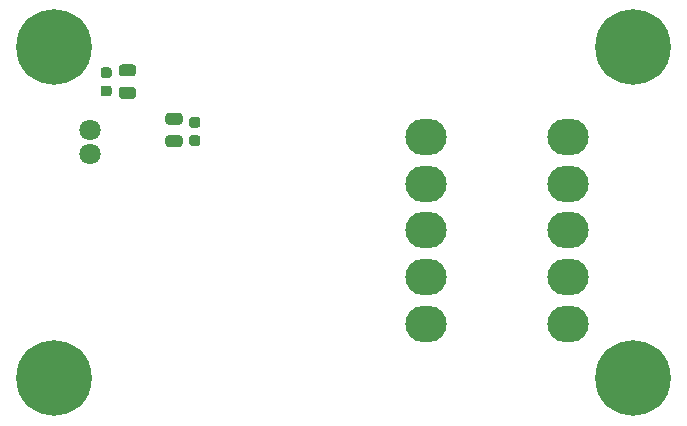
<source format=gbs>
G04 #@! TF.GenerationSoftware,KiCad,Pcbnew,5.1.10-88a1d61d58~90~ubuntu20.04.1*
G04 #@! TF.CreationDate,2021-10-25T08:53:00-05:00*
G04 #@! TF.ProjectId,power-share,706f7765-722d-4736-9861-72652e6b6963,rev?*
G04 #@! TF.SameCoordinates,Original*
G04 #@! TF.FileFunction,Soldermask,Bot*
G04 #@! TF.FilePolarity,Negative*
%FSLAX46Y46*%
G04 Gerber Fmt 4.6, Leading zero omitted, Abs format (unit mm)*
G04 Created by KiCad (PCBNEW 5.1.10-88a1d61d58~90~ubuntu20.04.1) date 2021-10-25 08:53:00*
%MOMM*%
%LPD*%
G01*
G04 APERTURE LIST*
%ADD10C,0.800000*%
%ADD11C,6.400000*%
%ADD12O,3.500000X3.100000*%
%ADD13C,1.800860*%
G04 APERTURE END LIST*
G36*
G01*
X92675000Y-105450000D02*
X91725000Y-105450000D01*
G75*
G02*
X91475000Y-105200000I0J250000D01*
G01*
X91475000Y-104700000D01*
G75*
G02*
X91725000Y-104450000I250000J0D01*
G01*
X92675000Y-104450000D01*
G75*
G02*
X92925000Y-104700000I0J-250000D01*
G01*
X92925000Y-105200000D01*
G75*
G02*
X92675000Y-105450000I-250000J0D01*
G01*
G37*
G36*
G01*
X92675000Y-107350000D02*
X91725000Y-107350000D01*
G75*
G02*
X91475000Y-107100000I0J250000D01*
G01*
X91475000Y-106600000D01*
G75*
G02*
X91725000Y-106350000I250000J0D01*
G01*
X92675000Y-106350000D01*
G75*
G02*
X92925000Y-106600000I0J-250000D01*
G01*
X92925000Y-107100000D01*
G75*
G02*
X92675000Y-107350000I-250000J0D01*
G01*
G37*
G36*
G01*
X96625000Y-109550000D02*
X95675000Y-109550000D01*
G75*
G02*
X95425000Y-109300000I0J250000D01*
G01*
X95425000Y-108800000D01*
G75*
G02*
X95675000Y-108550000I250000J0D01*
G01*
X96625000Y-108550000D01*
G75*
G02*
X96875000Y-108800000I0J-250000D01*
G01*
X96875000Y-109300000D01*
G75*
G02*
X96625000Y-109550000I-250000J0D01*
G01*
G37*
G36*
G01*
X96625000Y-111450000D02*
X95675000Y-111450000D01*
G75*
G02*
X95425000Y-111200000I0J250000D01*
G01*
X95425000Y-110700000D01*
G75*
G02*
X95675000Y-110450000I250000J0D01*
G01*
X96625000Y-110450000D01*
G75*
G02*
X96875000Y-110700000I0J-250000D01*
G01*
X96875000Y-111200000D01*
G75*
G02*
X96625000Y-111450000I-250000J0D01*
G01*
G37*
G36*
G01*
X90650000Y-105600000D02*
X90150000Y-105600000D01*
G75*
G02*
X89925000Y-105375000I0J225000D01*
G01*
X89925000Y-104925000D01*
G75*
G02*
X90150000Y-104700000I225000J0D01*
G01*
X90650000Y-104700000D01*
G75*
G02*
X90875000Y-104925000I0J-225000D01*
G01*
X90875000Y-105375000D01*
G75*
G02*
X90650000Y-105600000I-225000J0D01*
G01*
G37*
G36*
G01*
X90650000Y-107150000D02*
X90150000Y-107150000D01*
G75*
G02*
X89925000Y-106925000I0J225000D01*
G01*
X89925000Y-106475000D01*
G75*
G02*
X90150000Y-106250000I225000J0D01*
G01*
X90650000Y-106250000D01*
G75*
G02*
X90875000Y-106475000I0J-225000D01*
G01*
X90875000Y-106925000D01*
G75*
G02*
X90650000Y-107150000I-225000J0D01*
G01*
G37*
G36*
G01*
X98150000Y-109800000D02*
X97650000Y-109800000D01*
G75*
G02*
X97425000Y-109575000I0J225000D01*
G01*
X97425000Y-109125000D01*
G75*
G02*
X97650000Y-108900000I225000J0D01*
G01*
X98150000Y-108900000D01*
G75*
G02*
X98375000Y-109125000I0J-225000D01*
G01*
X98375000Y-109575000D01*
G75*
G02*
X98150000Y-109800000I-225000J0D01*
G01*
G37*
G36*
G01*
X98150000Y-111350000D02*
X97650000Y-111350000D01*
G75*
G02*
X97425000Y-111125000I0J225000D01*
G01*
X97425000Y-110675000D01*
G75*
G02*
X97650000Y-110450000I225000J0D01*
G01*
X98150000Y-110450000D01*
G75*
G02*
X98375000Y-110675000I0J-225000D01*
G01*
X98375000Y-111125000D01*
G75*
G02*
X98150000Y-111350000I-225000J0D01*
G01*
G37*
D10*
X136697056Y-101302944D03*
X135000000Y-100600000D03*
X133302944Y-101302944D03*
X132600000Y-103000000D03*
X133302944Y-104697056D03*
X135000000Y-105400000D03*
X136697056Y-104697056D03*
X137400000Y-103000000D03*
D11*
X135000000Y-103000000D03*
D10*
X136697056Y-129302944D03*
X135000000Y-128600000D03*
X133302944Y-129302944D03*
X132600000Y-131000000D03*
X133302944Y-132697056D03*
X135000000Y-133400000D03*
X136697056Y-132697056D03*
X137400000Y-131000000D03*
D11*
X135000000Y-131000000D03*
D10*
X87697056Y-129302944D03*
X86000000Y-128600000D03*
X84302944Y-129302944D03*
X83600000Y-131000000D03*
X84302944Y-132697056D03*
X86000000Y-133400000D03*
X87697056Y-132697056D03*
X88400000Y-131000000D03*
D11*
X86000000Y-131000000D03*
D10*
X87697056Y-101302944D03*
X86000000Y-100600000D03*
X84302944Y-101302944D03*
X83600000Y-103000000D03*
X84302944Y-104697056D03*
X86000000Y-105400000D03*
X87697056Y-104697056D03*
X88400000Y-103000000D03*
D11*
X86000000Y-103000000D03*
D12*
X117500000Y-126420000D03*
X117500000Y-122460000D03*
X117500000Y-118500000D03*
X117500000Y-114540000D03*
X117500000Y-110580000D03*
D13*
X89000000Y-110001780D03*
X89000000Y-111998220D03*
D12*
X129500000Y-110580000D03*
X129500000Y-114540000D03*
X129500000Y-118500000D03*
X129500000Y-122460000D03*
X129500000Y-126420000D03*
M02*

</source>
